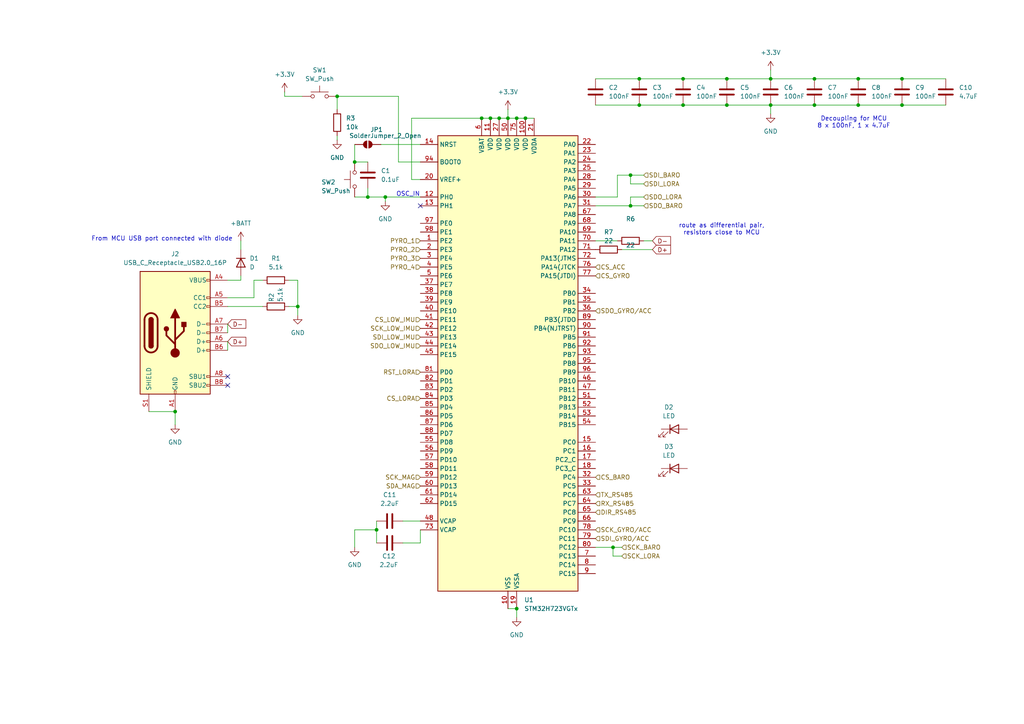
<source format=kicad_sch>
(kicad_sch (version 20250114) (generator "eeschema") (generator_version "9.0")
  (paper "A4")
  (lib_symbols
    (symbol "Connector:USB_C_Receptacle_USB2.0_16P" (pin_names (offset 1.016))
      (property "Reference" "J" (at 0 22.225 0))
      (property "Value" "USB_C_Receptacle_USB2.0_16P" (at 0 19.685 0))
      (symbol "USB_C_Receptacle_USB2.0_16P_0_0"
        (rectangle (start -0.254 -17.78) (end 0.254 -16.764))
        (rectangle (start 10.16 15.494) (end 9.144 14.986))
        (rectangle (start 10.16 10.414) (end 9.144 9.906))
        (rectangle (start 10.16 7.874) (end 9.144 7.366))
        (rectangle (start 10.16 2.794) (end 9.144 2.286))
        (rectangle (start 10.16 0.254) (end 9.144 -0.254))
        (rectangle (start 10.16 -2.286) (end 9.144 -2.794))
        (rectangle (start 10.16 -4.826) (end 9.144 -5.334))
        (rectangle (start 10.16 -12.446) (end 9.144 -12.954))
        (rectangle (start 10.16 -14.986) (end 9.144 -15.494))
      )
      (symbol "USB_C_Receptacle_USB2.0_16P_0_1"
        (rectangle (start -10.16 17.78) (end 10.16 -17.78) (stroke (width 0.254)) (fill (type background)))
        (polyline (pts (xy -8.89 -3.81) (xy -8.89 3.81)) (stroke (width 0.508)))
        (rectangle (start -7.62 -3.81) (end -6.35 3.81) (stroke (width 0.254)) (fill (type outline)))
        (arc (start -7.62 3.81) (mid -6.985 4.4423) (end -6.35 3.81) (stroke (width 0.254)))
        (arc (start -7.62 3.81) (mid -6.985 4.4423) (end -6.35 3.81) (stroke (width 0.254)) (fill (type outline)))
        (arc (start -8.89 3.81) (mid -6.985 5.7067) (end -5.08 3.81) (stroke (width 0.508)))
        (arc (start -5.08 -3.81) (mid -6.985 -5.7067) (end -8.89 -3.81) (stroke (width 0.508)))
        (arc (start -6.35 -3.81) (mid -6.985 -4.4423) (end -7.62 -3.81) (stroke (width 0.254)))
        (arc (start -6.35 -3.81) (mid -6.985 -4.4423) (end -7.62 -3.81) (stroke (width 0.254)) (fill (type outline)))
        (polyline (pts (xy -5.08 3.81) (xy -5.08 -3.81)) (stroke (width 0.508)))
        (circle (center -2.54 1.143) (radius 0.635) (stroke (width 0.254)) (fill (type outline)))
        (polyline (pts (xy -1.27 4.318) (xy 0 6.858) (xy 1.27 4.318) (xy -1.27 4.318)) (stroke (width 0.254)) (fill (type outline)))
        (polyline (pts (xy 0 -2.032) (xy 2.54 0.508) (xy 2.54 1.778)) (stroke (width 0.508)))
        (polyline (pts (xy 0 -3.302) (xy -2.54 -0.762) (xy -2.54 0.508)) (stroke (width 0.508)))
        (polyline (pts (xy 0 -5.842) (xy 0 4.318)) (stroke (width 0.508)))
        (circle (center 0 -5.842) (radius 1.27) (fill (type outline)))
        (rectangle (start 1.905 1.778) (end 3.175 3.048) (stroke (width 0.254)) (fill (type outline)))
      )
      (symbol "USB_C_Receptacle_USB2.0_16P_1_1"
        (pin passive line (at -7.62 -22.86 90) (length 5.08) (name "SHIELD") (number "S1"))
        (pin passive line (at 0 -22.86 90) (length 5.08) (name "GND") (number "A1"))
        (pin passive line (at 0 -22.86 90) (length 5.08) (hide yes) (name "GND") (number "A12"))
        (pin passive line (at 0 -22.86 90) (length 5.08) (hide yes) (name "GND") (number "B1"))
        (pin passive line (at 0 -22.86 90) (length 5.08) (hide yes) (name "GND") (number "B12"))
        (pin passive line (at 15.24 15.24 180) (length 5.08) (name "VBUS") (number "A4"))
        (pin passive line (at 15.24 15.24 180) (length 5.08) (hide yes) (name "VBUS") (number "A9"))
        (pin passive line (at 15.24 15.24 180) (length 5.08) (hide yes) (name "VBUS") (number "B4"))
        (pin passive line (at 15.24 15.24 180) (length 5.08) (hide yes) (name "VBUS") (number "B9"))
        (pin bidirectional line (at 15.24 10.16 180) (length 5.08) (name "CC1") (number "A5"))
        (pin bidirectional line (at 15.24 7.62 180) (length 5.08) (name "CC2") (number "B5"))
        (pin bidirectional line (at 15.24 2.54 180) (length 5.08) (name "D-") (number "A7"))
        (pin bidirectional line (at 15.24 0 180) (length 5.08) (name "D-") (number "B7"))
        (pin bidirectional line (at 15.24 -2.54 180) (length 5.08) (name "D+") (number "A6"))
        (pin bidirectional line (at 15.24 -5.08 180) (length 5.08) (name "D+") (number "B6"))
        (pin bidirectional line (at 15.24 -12.7 180) (length 5.08) (name "SBU1") (number "A8"))
        (pin bidirectional line (at 15.24 -15.24 180) (length 5.08) (name "SBU2") (number "B8"))
      )
    )
    (symbol "Device:C" (pin_numbers (hide yes)) (pin_names (offset 0.254))
      (property "Reference" "C" (at 0.635 2.54 0))
      (property "Value" "C" (at 0.635 -2.54 0))
      (symbol "C_0_1"
        (polyline (pts (xy -2.032 0.762) (xy 2.032 0.762)) (stroke (width 0.508)))
        (polyline (pts (xy -2.032 -0.762) (xy 2.032 -0.762)) (stroke (width 0.508)))
      )
      (symbol "C_1_1"
        (pin passive line (at 0 3.81 270) (length 2.794) (name "~") (number "1"))
        (pin passive line (at 0 -3.81 90) (length 2.794) (name "~") (number "2"))
      )
    )
    (symbol "Device:D" (pin_numbers (hide yes)) (pin_names (offset 1.016) (hide yes))
      (property "Reference" "D" (at 0 2.54 0))
      (property "Value" "D" (at 0 -2.54 0))
      (symbol "D_0_1"
        (polyline (pts (xy -1.27 1.27) (xy -1.27 -1.27)) (stroke (width 0.254)))
        (polyline (pts (xy 1.27 1.27) (xy 1.27 -1.27) (xy -1.27 0) (xy 1.27 1.27)) (stroke (width 0.254)))
        (polyline (pts (xy 1.27 0) (xy -1.27 0)))
      )
      (symbol "D_1_1"
        (pin passive line (at -3.81 0 0) (length 2.54) (name "K") (number "1"))
        (pin passive line (at 3.81 0 180) (length 2.54) (name "A") (number "2"))
      )
    )
    (symbol "Device:LED" (pin_numbers (hide yes)) (pin_names (offset 1.016) (hide yes))
      (property "Reference" "D" (at 0 2.54 0))
      (property "Value" "LED" (at 0 -2.54 0))
      (symbol "LED_0_1"
        (polyline (pts (xy -3.048 -0.762) (xy -4.572 -2.286) (xy -3.81 -2.286) (xy -4.572 -2.286) (xy -4.572 -1.524)))
        (polyline (pts (xy -1.778 -0.762) (xy -3.302 -2.286) (xy -2.54 -2.286) (xy -3.302 -2.286) (xy -3.302 -1.524)))
        (polyline (pts (xy -1.27 0) (xy 1.27 0)))
        (polyline (pts (xy -1.27 -1.27) (xy -1.27 1.27)) (stroke (width 0.254)))
        (polyline (pts (xy 1.27 -1.27) (xy 1.27 1.27) (xy -1.27 0) (xy 1.27 -1.27)) (stroke (width 0.254)))
      )
      (symbol "LED_1_1"
        (pin passive line (at -3.81 0 0) (length 2.54) (name "K") (number "1"))
        (pin passive line (at 3.81 0 180) (length 2.54) (name "A") (number "2"))
      )
    )
    (symbol "Device:R" (pin_numbers (hide yes)) (pin_names (offset 0))
      (property "Reference" "R" (at 2.032 0 90))
      (property "Value" "R" (at 0 0 90))
      (symbol "R_0_1"
        (rectangle (start -1.016 -2.54) (end 1.016 2.54) (stroke (width 0.254)))
      )
      (symbol "R_1_1"
        (pin passive line (at 0 3.81 270) (length 1.27) (name "~") (number "1"))
        (pin passive line (at 0 -3.81 90) (length 1.27) (name "~") (number "2"))
      )
    )
    (symbol "Jumper:SolderJumper_2_Open" (pin_numbers (hide yes)) (pin_names (offset 0) (hide yes)) (exclude_from_sim yes) (in_bom no)
      (property "Reference" "JP" (at 0 2.032 0))
      (property "Value" "SolderJumper_2_Open" (at 0 -2.54 0))
      (symbol "SolderJumper_2_Open_0_1"
        (polyline (pts (xy -0.254 1.016) (xy -0.254 -1.016)))
        (arc (start -0.254 -1.016) (mid -1.2656 0) (end -0.254 1.016))
        (arc (start -0.254 -1.016) (mid -1.2656 0) (end -0.254 1.016) (fill (type outline)))
        (arc (start 0.254 1.016) (mid 1.2656 0) (end 0.254 -1.016))
        (arc (start 0.254 1.016) (mid 1.2656 0) (end 0.254 -1.016) (fill (type outline)))
        (polyline (pts (xy 0.254 1.016) (xy 0.254 -1.016)))
      )
      (symbol "SolderJumper_2_Open_1_1"
        (pin passive line (at -3.81 0 0) (length 2.54) (name "A") (number "1"))
        (pin passive line (at 3.81 0 180) (length 2.54) (name "B") (number "2"))
      )
    )
    (symbol "MCU_ST_STM32H7:STM32H723VGTx"
      (property "Reference" "U" (at -20.32 67.31 0))
      (property "Value" "STM32H723VGTx" (at 10.16 67.31 0))
      (symbol "STM32H723VGTx_0_1"
        (rectangle (start -20.32 -66.04) (end 20.32 66.04) (stroke (width 0.254)) (fill (type background)))
      )
      (symbol "STM32H723VGTx_1_1"
        (pin input line (at -25.4 63.5 0) (length 5.08) (name "NRST") (number "14"))
        (pin input line (at -25.4 58.42 0) (length 5.08) (name "BOOT0") (number "94"))
        (pin input line (at -25.4 53.34 0) (length 5.08) (name "VREF+") (number "20"))
        (pin bidirectional line (at -25.4 48.26 0) (length 5.08) (name "PH0") (number "12"))
        (pin bidirectional line (at -25.4 45.72 0) (length 5.08) (name "PH1") (number "13"))
        (pin bidirectional line (at -25.4 40.64 0) (length 5.08) (name "PE0") (number "97"))
        (pin bidirectional line (at -25.4 38.1 0) (length 5.08) (name "PE1") (number "98"))
        (pin bidirectional line (at -25.4 35.56 0) (length 5.08) (name "PE2") (number "1"))
        (pin bidirectional line (at -25.4 33.02 0) (length 5.08) (name "PE3") (number "2"))
        (pin bidirectional line (at -25.4 30.48 0) (length 5.08) (name "PE4") (number "3"))
        (pin bidirectional line (at -25.4 27.94 0) (length 5.08) (name "PE5") (number "4"))
        (pin bidirectional line (at -25.4 25.4 0) (length 5.08) (name "PE6") (number "5"))
        (pin bidirectional line (at -25.4 22.86 0) (length 5.08) (name "PE7") (number "37"))
        (pin bidirectional line (at -25.4 20.32 0) (length 5.08) (name "PE8") (number "38"))
        (pin bidirectional line (at -25.4 17.78 0) (length 5.08) (name "PE9") (number "39"))
        (pin bidirectional line (at -25.4 15.24 0) (length 5.08) (name "PE10") (number "40"))
        (pin bidirectional line (at -25.4 12.7 0) (length 5.08) (name "PE11") (number "41"))
        (pin bidirectional line (at -25.4 10.16 0) (length 5.08) (name "PE12") (number "42"))
        (pin bidirectional line (at -25.4 7.62 0) (length 5.08) (name "PE13") (number "43"))
        (pin bidirectional line (at -25.4 5.08 0) (length 5.08) (name "PE14") (number "44"))
        (pin bidirectional line (at -25.4 2.54 0) (length 5.08) (name "PE15") (number "45"))
        (pin bidirectional line (at -25.4 -2.54 0) (length 5.08) (name "PD0") (number "81"))
        (pin bidirectional line (at -25.4 -5.08 0) (length 5.08) (name "PD1") (number "82"))
        (pin bidirectional line (at -25.4 -7.62 0) (length 5.08) (name "PD2") (number "83"))
        (pin bidirectional line (at -25.4 -10.16 0) (length 5.08) (name "PD3") (number "84"))
        (pin bidirectional line (at -25.4 -12.7 0) (length 5.08) (name "PD4") (number "85"))
        (pin bidirectional line (at -25.4 -15.24 0) (length 5.08) (name "PD5") (number "86"))
        (pin bidirectional line (at -25.4 -17.78 0) (length 5.08) (name "PD6") (number "87"))
        (pin bidirectional line (at -25.4 -20.32 0) (length 5.08) (name "PD7") (number "88"))
        (pin bidirectional line (at -25.4 -22.86 0) (length 5.08) (name "PD8") (number "55"))
        (pin bidirectional line (at -25.4 -25.4 0) (length 5.08) (name "PD9") (number "56"))
        (pin bidirectional line (at -25.4 -27.94 0) (length 5.08) (name "PD10") (number "57"))
        (pin bidirectional line (at -25.4 -30.48 0) (length 5.08) (name "PD11") (number "58"))
        (pin bidirectional line (at -25.4 -33.02 0) (length 5.08) (name "PD12") (number "59"))
        (pin bidirectional line (at -25.4 -35.56 0) (length 5.08) (name "PD13") (number "60"))
        (pin bidirectional line (at -25.4 -38.1 0) (length 5.08) (name "PD14") (number "61"))
        (pin bidirectional line (at -25.4 -40.64 0) (length 5.08) (name "PD15") (number "62"))
        (pin power_out line (at -25.4 -45.72 0) (length 5.08) (name "VCAP") (number "48"))
        (pin power_out line (at -25.4 -48.26 0) (length 5.08) (name "VCAP") (number "73"))
        (pin power_in line (at -7.62 71.12 270) (length 5.08) (name "VBAT") (number "6"))
        (pin power_in line (at -5.08 71.12 270) (length 5.08) (name "VDD") (number "11"))
        (pin power_in line (at -2.54 71.12 270) (length 5.08) (name "VDD") (number "27"))
        (pin power_in line (at 0 71.12 270) (length 5.08) (name "VDD") (number "50"))
        (pin power_in line (at 0 -71.12 90) (length 5.08) (name "VSS") (number "10"))
        (pin passive line (at 0 -71.12 90) (length 5.08) (hide yes) (name "VSS") (number "26"))
        (pin passive line (at 0 -71.12 90) (length 5.08) (hide yes) (name "VSS") (number "49"))
        (pin passive line (at 0 -71.12 90) (length 5.08) (hide yes) (name "VSS") (number "74"))
        (pin passive line (at 0 -71.12 90) (length 5.08) (hide yes) (name "VSS") (number "99"))
        (pin power_in line (at 2.54 71.12 270) (length 5.08) (name "VDD") (number "75"))
        (pin power_in line (at 2.54 -71.12 90) (length 5.08) (name "VSSA") (number "19"))
        (pin power_in line (at 5.08 71.12 270) (length 5.08) (name "VDD") (number "100"))
        (pin power_in line (at 7.62 71.12 270) (length 5.08) (name "VDDA") (number "21"))
        (pin bidirectional line (at 25.4 63.5 180) (length 5.08) (name "PA0") (number "22"))
        (pin bidirectional line (at 25.4 60.96 180) (length 5.08) (name "PA1") (number "23"))
        (pin bidirectional line (at 25.4 58.42 180) (length 5.08) (name "PA2") (number "24"))
        (pin bidirectional line (at 25.4 55.88 180) (length 5.08) (name "PA3") (number "25"))
        (pin bidirectional line (at 25.4 53.34 180) (length 5.08) (name "PA4") (number "28"))
        (pin bidirectional line (at 25.4 50.8 180) (length 5.08) (name "PA5") (number "29"))
        (pin bidirectional line (at 25.4 48.26 180) (length 5.08) (name "PA6") (number "30"))
        (pin bidirectional line (at 25.4 45.72 180) (length 5.08) (name "PA7") (number "31"))
        (pin bidirectional line (at 25.4 43.18 180) (length 5.08) (name "PA8") (number "67"))
        (pin bidirectional line (at 25.4 40.64 180) (length 5.08) (name "PA9") (number "68"))
        (pin bidirectional line (at 25.4 38.1 180) (length 5.08) (name "PA10") (number "69"))
        (pin bidirectional line (at 25.4 35.56 180) (length 5.08) (name "PA11") (number "70"))
        (pin bidirectional line (at 25.4 33.02 180) (length 5.08) (name "PA12") (number "71"))
        (pin bidirectional line (at 25.4 30.48 180) (length 5.08) (name "PA13(JTMS") (number "72"))
        (pin bidirectional line (at 25.4 27.94 180) (length 5.08) (name "PA14(JTCK") (number "76"))
        (pin bidirectional line (at 25.4 25.4 180) (length 5.08) (name "PA15(JTDI)") (number "77"))
        (pin bidirectional line (at 25.4 20.32 180) (length 5.08) (name "PB0") (number "34"))
        (pin bidirectional line (at 25.4 17.78 180) (length 5.08) (name "PB1") (number "35"))
        (pin bidirectional line (at 25.4 15.24 180) (length 5.08) (name "PB2") (number "36"))
        (pin bidirectional line (at 25.4 12.7 180) (length 5.08) (name "PB3(JTDO") (number "89"))
        (pin bidirectional line (at 25.4 10.16 180) (length 5.08) (name "PB4(NJTRST)") (number "90"))
        (pin bidirectional line (at 25.4 7.62 180) (length 5.08) (name "PB5") (number "91"))
        (pin bidirectional line (at 25.4 5.08 180) (length 5.08) (name "PB6") (number "92"))
        (pin bidirectional line (at 25.4 2.54 180) (length 5.08) (name "PB7") (number "93"))
        (pin bidirectional line (at 25.4 0 180) (length 5.08) (name "PB8") (number "95"))
        (pin bidirectional line (at 25.4 -2.54 180) (length 5.08) (name "PB9") (number "96"))
        (pin bidirectional line (at 25.4 -5.08 180) (length 5.08) (name "PB10") (number "46"))
        (pin bidirectional line (at 25.4 -7.62 180) (length 5.08) (name "PB11") (number "47"))
        (pin bidirectional line (at 25.4 -10.16 180) (length 5.08) (name "PB12") (number "51"))
        (pin bidirectional line (at 25.4 -12.7 180) (length 5.08) (name "PB13") (number "52"))
        (pin bidirectional line (at 25.4 -15.24 180) (length 5.08) (name "PB14") (number "53"))
        (pin bidirectional line (at 25.4 -17.78 180) (length 5.08) (name "PB15") (number "54"))
        (pin bidirectional line (at 25.4 -22.86 180) (length 5.08) (name "PC0") (number "15"))
        (pin bidirectional line (at 25.4 -25.4 180) (length 5.08) (name "PC1") (number "16"))
        (pin bidirectional line (at 25.4 -27.94 180) (length 5.08) (name "PC2_C") (number "17"))
        (pin bidirectional line (at 25.4 -30.48 180) (length 5.08) (name "PC3_C") (number "18"))
        (pin bidirectional line (at 25.4 -33.02 180) (length 5.08) (name "PC4") (number "32"))
        (pin bidirectional line (at 25.4 -35.56 180) (length 5.08) (name "PC5") (number "33"))
        (pin bidirectional line (at 25.4 -38.1 180) (length 5.08) (name "PC6") (number "63"))
        (pin bidirectional line (at 25.4 -40.64 180) (length 5.08) (name "PC7") (number "64"))
        (pin bidirectional line (at 25.4 -43.18 180) (length 5.08) (name "PC8") (number "65"))
        (pin bidirectional line (at 25.4 -45.72 180) (length 5.08) (name "PC9") (number "66"))
        (pin bidirectional line (at 25.4 -48.26 180) (length 5.08) (name "PC10") (number "78"))
        (pin bidirectional line (at 25.4 -50.8 180) (length 5.08) (name "PC11") (number "79"))
        (pin bidirectional line (at 25.4 -53.34 180) (length 5.08) (name "PC12") (number "80"))
        (pin bidirectional line (at 25.4 -55.88 180) (length 5.08) (name "PC13") (number "7"))
        (pin bidirectional line (at 25.4 -58.42 180) (length 5.08) (name "PC14") (number "8"))
        (pin bidirectional line (at 25.4 -60.96 180) (length 5.08) (name "PC15") (number "9"))
      )
    )
    (symbol "Switch:SW_Push" (pin_numbers (hide yes)) (pin_names (offset 1.016) (hide yes))
      (property "Reference" "SW" (at 1.27 2.54 0))
      (property "Value" "SW_Push" (at 0 -1.524 0))
      (symbol "SW_Push_0_1"
        (circle (center -2.032 0) (radius 0.508))
        (polyline (pts (xy 0 1.27) (xy 0 3.048)))
        (circle (center 2.032 0) (radius 0.508))
        (polyline (pts (xy 2.54 1.27) (xy -2.54 1.27)))
        (pin passive line (at -5.08 0 0) (length 2.54) (name "1") (number "1"))
        (pin passive line (at 5.08 0 180) (length 2.54) (name "2") (number "2"))
      )
    )
    (symbol "power:+3.3V" (power) (pin_numbers (hide yes)) (pin_names (offset 0) (hide yes))
      (property "Value" "+3.3V" (at 0 3.556 0))
      (symbol "+3.3V_0_1"
        (polyline (pts (xy -0.762 1.27) (xy 0 2.54)))
        (polyline (pts (xy 0 2.54) (xy 0.762 1.27)))
        (polyline (pts (xy 0 0) (xy 0 2.54)))
      )
      (symbol "+3.3V_1_1"
        (pin power_in line (at 0 0 90) (length 0) (name "~") (number "1"))
      )
    )
    (symbol "power:+BATT" (power) (pin_numbers (hide yes)) (pin_names (offset 0) (hide yes))
      (property "Value" "+BATT" (at 0 3.556 0))
      (symbol "+BATT_0_1"
        (polyline (pts (xy -0.762 1.27) (xy 0 2.54)))
        (polyline (pts (xy 0 2.54) (xy 0.762 1.27)))
        (polyline (pts (xy 0 0) (xy 0 2.54)))
      )
      (symbol "+BATT_1_1"
        (pin power_in line (at 0 0 90) (length 0) (name "~") (number "1"))
      )
    )
    (symbol "power:GND" (power) (pin_numbers (hide yes)) (pin_names (offset 0) (hide yes))
      (property "Value" "GND" (at 0 -3.81 0))
      (symbol "GND_0_1"
        (polyline (pts (xy 0 0) (xy 0 -1.27) (xy 1.27 -1.27) (xy 0 -2.54) (xy -1.27 -1.27) (xy 0 -1.27)))
      )
      (symbol "GND_1_1"
        (pin power_in line (at 0 0 270) (length 0) (name "~") (number "1"))
      )
    )
  )
  (text "route as differential pair,\nresistors close to MCU" (at 209.296 66.548 0) (effects (font (size 1.27 1.27))))
  (text "From MCU USB port connected with diode" (at 46.99 69.342 0) (effects (font (size 1.27 1.27))))
  (text "OSC_IN" (at 118.364 56.388 0) (effects (font (size 1.27 1.27))))
  (text "Decoupling for MCU\n8 x 100nF, 1 x 4.7uF" (at 247.65 35.56 0) (effects (font (size 1.27 1.27))))
  (junction (at 261.62 22.86))
  (junction (at 236.22 22.86))
  (junction (at 185.42 30.48))
  (junction (at 142.24 34.29))
  (junction (at 182.88 59.69))
  (junction (at 147.32 34.29))
  (junction (at 106.68 57.15))
  (junction (at 139.7 34.29))
  (junction (at 144.78 34.29))
  (junction (at 177.8 158.75))
  (junction (at 50.8 119.38))
  (junction (at 111.76 57.15))
  (junction (at 86.36 88.9))
  (junction (at 248.92 22.86))
  (junction (at 210.82 22.86))
  (junction (at 223.52 22.86))
  (junction (at 102.87 46.99))
  (junction (at 149.86 176.53))
  (junction (at 248.92 30.48))
  (junction (at 198.12 30.48))
  (junction (at 149.86 34.29))
  (junction (at 210.82 30.48))
  (junction (at 109.22 153.67))
  (junction (at 185.42 22.86))
  (junction (at 261.62 30.48))
  (junction (at 236.22 30.48))
  (junction (at 152.4 34.29))
  (junction (at 223.52 30.48))
  (junction (at 198.12 22.86))
  (junction (at 97.79 27.94))
  (junction (at 182.88 50.8))
  (no_connect (at 66.04 109.22))
  (no_connect (at 121.92 59.69))
  (no_connect (at 66.04 111.76))
  (wire (pts (xy 73.66 86.36) (xy 66.04 86.36)))
  (wire (pts (xy 210.82 22.86) (xy 223.52 22.86)))
  (wire (pts (xy 66.04 88.9) (xy 76.2 88.9)))
  (wire (pts (xy 177.8 161.29) (xy 177.8 158.75)))
  (wire (pts (xy 261.62 22.86) (xy 274.32 22.86)))
  (wire (pts (xy 115.57 46.99) (xy 115.57 27.94)))
  (wire (pts (xy 182.88 53.34) (xy 182.88 50.8)))
  (wire (pts (xy 97.79 27.94) (xy 97.79 31.75)))
  (wire (pts (xy 198.12 22.86) (xy 210.82 22.86)))
  (wire (pts (xy 106.68 57.15) (xy 111.76 57.15)))
  (wire (pts (xy 236.22 22.86) (xy 248.92 22.86)))
  (wire (pts (xy 152.4 34.29) (xy 154.94 34.29)))
  (wire (pts (xy 186.69 69.85) (xy 189.23 69.85)))
  (wire (pts (xy 182.88 50.8) (xy 179.07 50.8)))
  (wire (pts (xy 66.04 99.06) (xy 66.04 101.6)))
  (wire (pts (xy 186.69 50.8) (xy 182.88 50.8)))
  (wire (pts (xy 119.38 52.07) (xy 119.38 34.29)))
  (wire (pts (xy 139.7 34.29) (xy 142.24 34.29)))
  (wire (pts (xy 66.04 81.28) (xy 69.85 81.28)))
  (wire (pts (xy 73.66 81.28) (xy 76.2 81.28)))
  (wire (pts (xy 223.52 20.32) (xy 223.52 22.86)))
  (wire (pts (xy 73.66 81.28) (xy 73.66 86.36)))
  (wire (pts (xy 69.85 80.01) (xy 69.85 81.28)))
  (wire (pts (xy 119.38 34.29) (xy 139.7 34.29)))
  (wire (pts (xy 106.68 46.99) (xy 102.87 46.99)))
  (wire (pts (xy 182.88 59.69) (xy 172.72 59.69)))
  (wire (pts (xy 223.52 33.02) (xy 223.52 30.48)))
  (wire (pts (xy 223.52 22.86) (xy 236.22 22.86)))
  (wire (pts (xy 179.07 57.15) (xy 172.72 57.15)))
  (wire (pts (xy 149.86 34.29) (xy 152.4 34.29)))
  (wire (pts (xy 43.18 119.38) (xy 50.8 119.38)))
  (wire (pts (xy 111.76 57.15) (xy 121.92 57.15)))
  (wire (pts (xy 97.79 39.37) (xy 97.79 40.64)))
  (wire (pts (xy 142.24 34.29) (xy 144.78 34.29)))
  (wire (pts (xy 147.32 34.29) (xy 149.86 34.29)))
  (wire (pts (xy 248.92 30.48) (xy 261.62 30.48)))
  (wire (pts (xy 82.55 27.94) (xy 82.55 26.67)))
  (wire (pts (xy 149.86 176.53) (xy 149.86 179.07)))
  (wire (pts (xy 109.22 153.67) (xy 109.22 157.48)))
  (wire (pts (xy 180.34 72.39) (xy 189.23 72.39)))
  (wire (pts (xy 186.69 57.15) (xy 182.88 57.15)))
  (wire (pts (xy 180.34 161.29) (xy 177.8 161.29)))
  (wire (pts (xy 121.92 157.48) (xy 116.84 157.48)))
  (wire (pts (xy 147.32 176.53) (xy 149.86 176.53)))
  (wire (pts (xy 109.22 151.13) (xy 109.22 153.67)))
  (wire (pts (xy 198.12 30.48) (xy 210.82 30.48)))
  (wire (pts (xy 66.04 93.98) (xy 66.04 96.52)))
  (wire (pts (xy 102.87 153.67) (xy 102.87 158.75)))
  (wire (pts (xy 236.22 30.48) (xy 248.92 30.48)))
  (wire (pts (xy 110.49 41.91) (xy 121.92 41.91)))
  (wire (pts (xy 172.72 30.48) (xy 185.42 30.48)))
  (wire (pts (xy 182.88 57.15) (xy 182.88 59.69)))
  (wire (pts (xy 185.42 30.48) (xy 198.12 30.48)))
  (wire (pts (xy 180.34 158.75) (xy 177.8 158.75)))
  (wire (pts (xy 179.07 50.8) (xy 179.07 57.15)))
  (wire (pts (xy 144.78 34.29) (xy 147.32 34.29)))
  (wire (pts (xy 261.62 30.48) (xy 274.32 30.48)))
  (wire (pts (xy 177.8 158.75) (xy 172.72 158.75)))
  (wire (pts (xy 102.87 57.15) (xy 106.68 57.15)))
  (wire (pts (xy 121.92 52.07) (xy 119.38 52.07)))
  (wire (pts (xy 102.87 153.67) (xy 109.22 153.67)))
  (wire (pts (xy 83.82 81.28) (xy 86.36 81.28)))
  (wire (pts (xy 87.63 27.94) (xy 82.55 27.94)))
  (wire (pts (xy 172.72 22.86) (xy 185.42 22.86)))
  (wire (pts (xy 86.36 88.9) (xy 86.36 91.44)))
  (wire (pts (xy 185.42 22.86) (xy 198.12 22.86)))
  (wire (pts (xy 223.52 30.48) (xy 236.22 30.48)))
  (wire (pts (xy 186.69 53.34) (xy 182.88 53.34)))
  (wire (pts (xy 106.68 54.61) (xy 106.68 57.15)))
  (wire (pts (xy 147.32 31.75) (xy 147.32 34.29)))
  (wire (pts (xy 102.87 41.91) (xy 102.87 46.99)))
  (wire (pts (xy 115.57 27.94) (xy 97.79 27.94)))
  (wire (pts (xy 179.07 69.85) (xy 172.72 69.85)))
  (wire (pts (xy 50.8 119.38) (xy 50.8 123.19)))
  (wire (pts (xy 210.82 30.48) (xy 223.52 30.48)))
  (wire (pts (xy 116.84 151.13) (xy 121.92 151.13)))
  (wire (pts (xy 111.76 58.42) (xy 111.76 57.15)))
  (wire (pts (xy 121.92 153.67) (xy 121.92 157.48)))
  (wire (pts (xy 86.36 81.28) (xy 86.36 88.9)))
  (wire (pts (xy 248.92 22.86) (xy 261.62 22.86)))
  (wire (pts (xy 69.85 72.39) (xy 69.85 69.85)))
  (wire (pts (xy 121.92 46.99) (xy 115.57 46.99)))
  (wire (pts (xy 86.36 88.9) (xy 83.82 88.9)))
  (wire (pts (xy 186.69 59.69) (xy 182.88 59.69)))
  (global_label "D-" (shape input) (at 66.04 93.98 0) (property "Intersheetrefs" "${INTERSHEET_REFS}" (effects (hide yes))))
  (global_label "D-" (shape input) (at 189.23 69.85 0) (property "Intersheetrefs" "${INTERSHEET_REFS}" (effects (hide yes))))
  (global_label "D+" (shape input) (at 189.23 72.39 0) (property "Intersheetrefs" "${INTERSHEET_REFS}" (effects (hide yes))))
  (global_label "D+" (shape input) (at 66.04 99.06 0) (property "Intersheetrefs" "${INTERSHEET_REFS}" (effects (hide yes))))
  (hierarchical_label "SDA_MAG" (shape input) (at 121.92 140.97 180))
  (hierarchical_label "SDO_GYRO{slash}ACC" (shape input) (at 172.72 90.17 0))
  (hierarchical_label "CS_ACC" (shape input) (at 172.72 77.47 0))
  (hierarchical_label "SDI_BARO" (shape input) (at 186.69 50.8 0))
  (hierarchical_label "SCK_BARO" (shape input) (at 180.34 158.75 0))
  (hierarchical_label "SDI_LORA" (shape input) (at 186.69 53.34 0))
  (hierarchical_label "RST_LORA" (shape input) (at 121.92 107.95 180))
  (hierarchical_label "SCK_LOW_IMU" (shape input) (at 121.92 95.25 180))
  (hierarchical_label "SDI_GYRO{slash}ACC" (shape input) (at 172.72 156.21 0))
  (hierarchical_label "PYRO_3" (shape input) (at 121.92 74.93 180))
  (hierarchical_label "CS_LORA" (shape input) (at 121.92 115.57 180))
  (hierarchical_label "PYRO_2" (shape input) (at 121.92 72.39 180))
  (hierarchical_label "SCK_GYRO{slash}ACC" (shape input) (at 172.72 153.67 0))
  (hierarchical_label "SDO_BARO" (shape input) (at 186.69 59.69 0))
  (hierarchical_label "PYRO_1" (shape input) (at 121.92 69.85 180))
  (hierarchical_label "DIR_RS485" (shape input) (at 172.72 148.59 0))
  (hierarchical_label "SCK_MAG" (shape input) (at 121.92 138.43 180))
  (hierarchical_label "CS_BARO" (shape input) (at 172.72 138.43 0))
  (hierarchical_label "CS_LOW_IMU" (shape input) (at 121.92 92.71 180))
  (hierarchical_label "SCK_LORA" (shape input) (at 180.34 161.29 0))
  (hierarchical_label "RX_RS485" (shape input) (at 172.72 146.05 0))
  (hierarchical_label "SDI_LOW_IMU" (shape input) (at 121.92 97.79 180))
  (hierarchical_label "CS_GYRO" (shape input) (at 172.72 80.01 0))
  (hierarchical_label "SDO_LORA" (shape input) (at 186.69 57.15 0))
  (hierarchical_label "SDO_LOW_IMU" (shape input) (at 121.92 100.33 180))
  (hierarchical_label "TX_RS485" (shape input) (at 172.72 143.51 0))
  (hierarchical_label "PYRO_4" (shape input) (at 121.92 77.47 180))
  (symbol (lib_id "power:GND") (at 86.36 91.44 0) (unit 1)
    (property "Reference" "#PWR08" (effects (hide yes)))
    (property "Value" "GND" (at 86.36 96.52 0))
    (property "Description" "Power symbol creates a global label with name \"GND\" , ground" (effects (hide yes)))
  )
  (symbol (lib_id "Device:C") (at 223.52 26.67 0) (unit 1)
    (property "Reference" "C6" (at 227.33 25.3999 0) (effects (justify left)))
    (property "Value" "100nF" (at 227.33 27.9399 0) (effects (justify left)))
    (property "Footprint" "Capacitor_SMD:C_0402_1005Metric" (effects (hide yes)))
    (property "Description" "Unpolarized capacitor" (effects (hide yes)))
  )
  (symbol (lib_id "Device:R") (at 182.88 69.85 90) (unit 1)
    (property "Reference" "R6" (at 182.88 63.5 90))
    (property "Value" "22" (at 182.88 71.12 90))
    (property "Footprint" "Resistor_SMD:R_0201_0603Metric" (effects (hide yes)))
    (property "Description" "Resistor" (effects (hide yes)))
  )
  (symbol (lib_id "Device:C") (at 172.72 26.67 0) (unit 1)
    (property "Reference" "C2" (at 176.53 25.3999 0) (effects (justify left)))
    (property "Value" "100nF" (at 176.53 27.9399 0) (effects (justify left)))
    (property "Footprint" "Capacitor_SMD:C_0402_1005Metric" (effects (hide yes)))
    (property "Description" "Unpolarized capacitor" (effects (hide yes)))
  )
  (symbol (lib_id "power:+3.3V") (at 147.32 31.75 0) (unit 1)
    (property "Reference" "#PWR014" (effects (hide yes)))
    (property "Value" "+3.3V" (at 147.32 26.67 0))
    (property "Description" "Power symbol creates a global label with name \"+3.3V\"" (effects (hide yes)))
  )
  (symbol (lib_id "Jumper:SolderJumper_2_Open") (at 106.68 41.91 0) (unit 1) (exclude_from_sim yes) (in_bom no)
    (property "Reference" "JP1" (at 109.22 37.592 0))
    (property "Value" "SolderJumper_2_Open" (at 111.76 39.37 0))
    (property "Footprint" "Jumper:SolderJumper-2_P1.3mm_Open_TrianglePad1.0x1.5mm" (effects (hide yes)))
    (property "Description" "Solder Jumper, 2-pole, open" (effects (hide yes)))
  )
  (symbol (lib_id "Device:C") (at 236.22 26.67 0) (unit 1)
    (property "Reference" "C7" (at 240.03 25.3999 0) (effects (justify left)))
    (property "Value" "100nF" (at 240.03 27.9399 0) (effects (justify left)))
    (property "Footprint" "Capacitor_SMD:C_0402_1005Metric" (effects (hide yes)))
    (property "Description" "Unpolarized capacitor" (effects (hide yes)))
  )
  (symbol (lib_id "Switch:SW_Push") (at 102.87 52.07 90) (unit 1)
    (property "Reference" "SW2" (at 93.218 52.832 90) (effects (justify right)))
    (property "Value" "SW_Push" (at 93.218 55.372 90) (effects (justify right)))
    (property "Footprint" "Button_Switch_SMD:SW_SPST_B3U-1000P" (effects (hide yes)))
    (property "Description" "Push button switch, generic, two pins" (effects (hide yes)))
  )
  (symbol (lib_id "Switch:SW_Push") (at 92.71 27.94 0) (unit 1)
    (property "Reference" "SW1" (at 92.71 20.32 0))
    (property "Value" "SW_Push" (at 92.71 22.86 0))
    (property "Footprint" "Button_Switch_SMD:SW_SPST_B3U-1000P" (effects (hide yes)))
    (property "Description" "Push button switch, generic, two pins" (effects (hide yes)))
  )
  (symbol (lib_id "Device:R") (at 176.53 72.39 90) (unit 1)
    (property "Reference" "R7" (at 176.53 67.31 90))
    (property "Value" "22" (at 176.53 69.85 90))
    (property "Footprint" "Resistor_SMD:R_0201_0603Metric" (effects (hide yes)))
    (property "Description" "Resistor" (effects (hide yes)))
  )
  (symbol (lib_id "Device:D") (at 69.85 76.2 270) (unit 1)
    (property "Reference" "D1" (at 72.39 74.9299 90) (effects (justify left)))
    (property "Value" "D" (at 72.39 77.4699 90) (effects (justify left)))
    (property "Footprint" "Diode_SMD:D_SOD-323" (effects (hide yes)))
    (property "Description" "Diode" (effects (hide yes)))
    (property "Sim.Device" "D" (effects (hide yes)))
    (property "Sim.Pins" "1=K 2=A" (effects (hide yes)))
  )
  (symbol (lib_id "power:+3.3V") (at 223.52 20.32 0) (unit 1)
    (property "Reference" "#PWR012" (effects (hide yes)))
    (property "Value" "+3.3V" (at 223.52 15.24 0))
    (property "Description" "Power symbol creates a global label with name \"+3.3V\"" (effects (hide yes)))
  )
  (symbol (lib_id "MCU_ST_STM32H7:STM32H723VGTx") (at 147.32 105.41 0) (unit 1)
    (property "Reference" "U1" (at 152.0541 173.99 0) (effects (justify left)))
    (property "Value" "STM32H723VGTx" (at 152.0541 176.53 0) (effects (justify left)))
    (property "Footprint" "Package_QFP:LQFP-100_14x14mm_P0.5mm" (effects (hide yes)))
    (property "Datasheet" "https://www.st.com/resource/en/datasheet/stm32h723vg.pdf" (effects (hide yes)))
    (property "Description" "STMicroelectronics Arm Cortex-M7 MCU, 1024KB flash, 564KB RAM, 550 MHz, 1.71-3.6V, 82 GPIO, LQFP100" (effects (hide yes)))
  )
  (symbol (lib_id "power:GND") (at 149.86 179.07 0) (unit 1)
    (property "Reference" "#PWR015" (effects (hide yes)))
    (property "Value" "GND" (at 149.86 184.15 0))
    (property "Description" "Power symbol creates a global label with name \"GND\" , ground" (effects (hide yes)))
  )
  (symbol (lib_id "Device:C") (at 185.42 26.67 0) (unit 1)
    (property "Reference" "C3" (at 189.23 25.3999 0) (effects (justify left)))
    (property "Value" "100nF" (at 189.23 27.9399 0) (effects (justify left)))
    (property "Footprint" "Capacitor_SMD:C_0402_1005Metric" (effects (hide yes)))
    (property "Description" "Unpolarized capacitor" (effects (hide yes)))
  )
  (symbol (lib_id "Device:C") (at 274.32 26.67 0) (unit 1)
    (property "Reference" "C10" (at 278.13 25.3999 0) (effects (justify left)))
    (property "Value" "4.7uF" (at 278.13 27.9399 0) (effects (justify left)))
    (property "Footprint" "Capacitor_SMD:C_0603_1608Metric" (effects (hide yes)))
    (property "Description" "Unpolarized capacitor" (effects (hide yes)))
  )
  (symbol (lib_id "Device:C") (at 198.12 26.67 0) (unit 1)
    (property "Reference" "C4" (at 201.93 25.3999 0) (effects (justify left)))
    (property "Value" "100nF" (at 201.93 27.9399 0) (effects (justify left)))
    (property "Footprint" "Capacitor_SMD:C_0402_1005Metric" (effects (hide yes)))
    (property "Description" "Unpolarized capacitor" (effects (hide yes)))
  )
  (symbol (lib_id "Device:R") (at 97.79 35.56 0) (unit 1)
    (property "Reference" "R3" (at 100.33 34.2899 0) (effects (justify left)))
    (property "Value" "10k" (at 100.33 36.8299 0) (effects (justify left)))
    (property "Footprint" "Resistor_SMD:R_0402_1005Metric" (effects (hide yes)))
    (property "Description" "Resistor" (effects (hide yes)))
  )
  (symbol (lib_id "Device:R") (at 80.01 88.9 90) (unit 1)
    (property "Reference" "R2" (at 78.74 87.63 0) (effects (justify left)))
    (property "Value" "5.1k" (at 81.28 87.63 0) (effects (justify left)))
    (property "Footprint" "Resistor_SMD:R_0402_1005Metric" (effects (hide yes)))
    (property "Description" "Resistor" (effects (hide yes)))
  )
  (symbol (lib_id "Device:C") (at 113.03 157.48 90) (unit 1)
    (property "Reference" "C12" (at 112.776 161.29 90))
    (property "Value" "2.2uF" (at 112.776 163.83 90))
    (property "Footprint" "Capacitor_SMD:C_0603_1608Metric" (effects (hide yes)))
    (property "Description" "Unpolarized capacitor" (effects (hide yes)))
  )
  (symbol (lib_id "power:+BATT") (at 69.85 69.85 0) (unit 1)
    (property "Reference" "#PWR01" (effects (hide yes)))
    (property "Value" "+BATT" (at 69.85 64.77 0))
    (property "Description" "Power symbol creates a global label with name \"+BATT\"" (effects (hide yes)))
  )
  (symbol (lib_id "power:GND") (at 111.76 58.42 0) (unit 1)
    (property "Reference" "#PWR011" (effects (hide yes)))
    (property "Value" "GND" (at 111.76 63.5 0))
    (property "Description" "Power symbol creates a global label with name \"GND\" , ground" (effects (hide yes)))
  )
  (symbol (lib_id "Device:C") (at 113.03 151.13 90) (unit 1)
    (property "Reference" "C11" (at 113.03 143.51 90))
    (property "Value" "2.2uF" (at 113.03 146.05 90))
    (property "Footprint" "Capacitor_SMD:C_0603_1608Metric" (effects (hide yes)))
    (property "Description" "Unpolarized capacitor" (effects (hide yes)))
  )
  (symbol (lib_id "Connector:USB_C_Receptacle_USB2.0_16P") (at 50.8 96.52 0) (unit 1)
    (property "Reference" "J2" (at 50.8 73.66 0))
    (property "Value" "USB_C_Receptacle_USB2.0_16P" (at 50.8 76.2 0))
    (property "Footprint" "Connector_USB:USB_C_Receptacle_GCT_USB4105-xx-A_16P_TopMnt_Horizontal" (effects (hide yes)))
    (property "Datasheet" "https://www.usb.org/sites/default/files/documents/usb_type-c.zip" (effects (hide yes)))
    (property "Description" "USB 2.0-only 16P Type-C Receptacle connector" (effects (hide yes)))
  )
  (symbol (lib_id "power:GND") (at 97.79 40.64 0) (unit 1)
    (property "Reference" "#PWR09" (effects (hide yes)))
    (property "Value" "GND" (at 97.79 45.72 0))
    (property "Description" "Power symbol creates a global label with name \"GND\" , ground" (effects (hide yes)))
  )
  (symbol (lib_id "Device:LED") (at 195.58 124.46 0) (unit 1)
    (property "Reference" "D2" (at 193.9925 118.11 0))
    (property "Value" "LED" (at 193.9925 120.65 0))
    (property "Footprint" "LED_SMD:LED_01005_0402Metric" (effects (hide yes)))
    (property "Description" "Light emitting diode" (effects (hide yes)))
    (property "Sim.Pins" "1=K 2=A" (effects (hide yes)))
  )
  (symbol (lib_id "power:GND") (at 50.8 123.19 0) (unit 1)
    (property "Reference" "#PWR07" (effects (hide yes)))
    (property "Value" "GND" (at 50.8 128.27 0))
    (property "Description" "Power symbol creates a global label with name \"GND\" , ground" (effects (hide yes)))
  )
  (symbol (lib_id "power:GND") (at 223.52 33.02 0) (unit 1)
    (property "Reference" "#PWR013" (effects (hide yes)))
    (property "Value" "GND" (at 223.52 38.1 0))
    (property "Description" "Power symbol creates a global label with name \"GND\" , ground" (effects (hide yes)))
  )
  (symbol (lib_id "power:+3.3V") (at 82.55 26.67 0) (unit 1)
    (property "Reference" "#PWR010" (effects (hide yes)))
    (property "Value" "+3.3V" (at 82.55 21.59 0))
    (property "Description" "Power symbol creates a global label with name \"+3.3V\"" (effects (hide yes)))
  )
  (symbol (lib_id "Device:C") (at 248.92 26.67 0) (unit 1)
    (property "Reference" "C8" (at 252.73 25.3999 0) (effects (justify left)))
    (property "Value" "100nF" (at 252.73 27.9399 0) (effects (justify left)))
    (property "Footprint" "Capacitor_SMD:C_0402_1005Metric" (effects (hide yes)))
    (property "Description" "Unpolarized capacitor" (effects (hide yes)))
  )
  (symbol (lib_id "Device:R") (at 80.01 81.28 270) (unit 1)
    (property "Reference" "R1" (at 80.01 74.93 90))
    (property "Value" "5.1k" (at 80.01 77.47 90))
    (property "Footprint" "Resistor_SMD:R_0402_1005Metric" (effects (hide yes)))
    (property "Description" "Resistor" (effects (hide yes)))
  )
  (symbol (lib_id "Device:C") (at 106.68 50.8 0) (unit 1)
    (property "Reference" "C1" (at 110.49 49.5299 0) (effects (justify left)))
    (property "Value" "0.1uF" (at 110.49 52.0699 0) (effects (justify left)))
    (property "Footprint" "Capacitor_SMD:C_0402_1005Metric" (effects (hide yes)))
    (property "Description" "Unpolarized capacitor" (effects (hide yes)))
  )
  (symbol (lib_id "Device:LED") (at 195.58 135.89 0) (unit 1)
    (property "Reference" "D3" (at 193.9925 129.54 0))
    (property "Value" "LED" (at 193.9925 132.08 0))
    (property "Footprint" "LED_SMD:LED_01005_0402Metric" (effects (hide yes)))
    (property "Description" "Light emitting diode" (effects (hide yes)))
    (property "Sim.Pins" "1=K 2=A" (effects (hide yes)))
  )
  (symbol (lib_id "Device:C") (at 261.62 26.67 0) (unit 1)
    (property "Reference" "C9" (at 265.43 25.3999 0) (effects (justify left)))
    (property "Value" "100nF" (at 265.43 27.9399 0) (effects (justify left)))
    (property "Footprint" "Capacitor_SMD:C_0402_1005Metric" (effects (hide yes)))
    (property "Description" "Unpolarized capacitor" (effects (hide yes)))
  )
  (symbol (lib_id "power:GND") (at 102.87 158.75 0) (unit 1)
    (property "Reference" "#PWR017" (effects (hide yes)))
    (property "Value" "GND" (at 102.87 163.83 0))
    (property "Description" "Power symbol creates a global label with name \"GND\" , ground" (effects (hide yes)))
  )
  (symbol (lib_id "Device:C") (at 210.82 26.67 0) (unit 1)
    (property "Reference" "C5" (at 214.63 25.3999 0) (effects (justify left)))
    (property "Value" "100nF" (at 214.63 27.9399 0) (effects (justify left)))
    (property "Footprint" "Capacitor_SMD:C_0402_1005Metric" (effects (hide yes)))
    (property "Description" "Unpolarized capacitor" (effects (hide yes)))
  )
)
</source>
